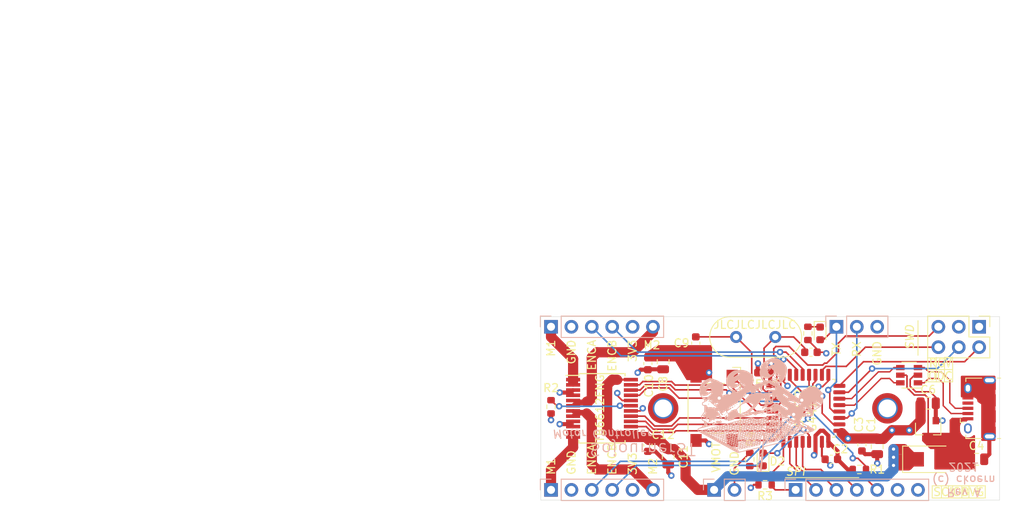
<source format=kicad_pcb>
(kicad_pcb (version 20211014) (generator pcbnew)
  (layers (0 "F.Cu" signal) (1 "In1.Cu" signal) (2 "In2.Cu" signal) (31 "B.Cu" signal) (34 "B.Paste" user) (35 "F.Paste" user) (36 "B.SilkS" user "B.Silkscreen") (37 "F.SilkS" user "F.Silkscreen") (38 "B.Mask" user) (39 "F.Mask" user) (44 "Edge.Cuts" user))
  (net 0 "")
  (net 1 "GND")
  (net 2 "VUSB")
  (net 3 "BOOT0")
  (net 4 "M1_ENCB")
  (net 5 "M1_ENCA")
  (net 6 "M1_PWM")
  (net 7 "SPI_MISO")
  (net 8 "SWO")
  (net 9 "M2_ENCA")
  (net 10 "SWCLK")
  (net 11 "SWDIO")
  (net 12 "USB_D+")
  (net 13 "USB_D-")
  (net 14 "M2_PWM")
  (net 15 "SPI_MOSI")
  (net 16 "SPI_CLK")
  (net 17 "SPI_CS")
  (net 18 "M2_ENCB")
  (net 19 "NRST")
  (net 20 "HSE_OUT")
  (net 21 "HSE_IN")
  (net 22 "+3V3")
  (net 23 "VM")
  (net 24 "USB_CON_D+")
  (net 25 "USB_CON_D-")
  (net 26 "M2_IN1")
  (net 27 "M1_IN2")
  (net 28 "M1_IN1")
  (net 29 "LED_STATUS")
  (net 30 "M2_IN2")
  (net 31 "M1_OUT1")
  (net 32 "M2_OUT2")
  (net 33 "M2_OUT1")
  (net 34 "M1_OUT2")
  (net 35 "Net-(D3-Pad1)")
  (net 36 "Net-(D2-Pad1)")
  (net 37 "UART_TX")
  (net 38 "Net-(J1-Pad4)")
  (net 39 "UART_RX")
  (net 40 "Net-(R2-Pad2)")
  (footprint "Capacitor_SMD:C_0805_2012Metric" (layer "F.Cu") (at 152.08 78.74)
    (fp_text reference "C4")
    (fp_text value "1u")
  )
  (footprint "Capacitor_SMD:C_0805_2012Metric" (layer "F.Cu") (at 146.05 71.755)
    (fp_text reference "C6")
    (fp_text value "1u")
  )
  (footprint "Capacitor_SMD:C_0805_2012Metric" (layer "F.Cu") (at 139.7 77.15 -90)
    (fp_text reference "C1")
    (fp_text value "4.7u")
  )
  (footprint "Capacitor_SMD:C_0603_1608Metric" (layer "F.Cu") (at 133.985 78.74)
    (fp_text reference "C2")
    (fp_text value "100n")
  )
  (footprint "Capacitor_SMD:C_0603_1608Metric" (layer "F.Cu") (at 137.795 76.925 -90)
    (fp_text reference "C3")
    (fp_text value "100n")
  )
  (footprint "Capacitor_SMD:C_0603_1608Metric" (layer "F.Cu") (at 125.59 67.945 180)
    (fp_text reference "C5")
    (fp_text value "100n")
  )
  (footprint "Capacitor_SMD:C_0805_2012Metric" (layer "F.Cu") (at 113.03 66.577 90)
    (fp_text reference "C8")
    (fp_text value "10u")
  )
  (footprint "Capacitor_SMD:C_0603_1608Metric" (layer "F.Cu") (at 111.125 66.802 90)
    (fp_text reference "C10")
    (fp_text value "100n")
  )
  (footprint "Capacitor_SMD:C_0603_1608Metric" (layer "F.Cu") (at 111.125 76.975 -90)
    (fp_text reference "C12")
    (fp_text value "100n")
  )
  (footprint "Capacitor_SMD:C_0603_1608Metric" (layer "F.Cu") (at 117.094 64.262 -90)
    (fp_text reference "C9")
    (fp_text value "10p")
  )
  (footprint "Diode_SMD:D_SMA" (layer "F.Cu") (at 146.272 78.74)
    (fp_text reference "D1" hide)
    (fp_text value "D")
  )
  (footprint "LED_SMD:LED_0603_1608Metric" (layer "F.Cu") (at 125.476 78.7655 90)
    (fp_text reference "D2")
    (fp_text value "LED")
  )
  (footprint "MountingHole:MountingHole_2.2mm_M2_DIN965_Pad_TopOnly" (layer "F.Cu") (at 113.03 72.39)
    (fp_text reference "H1" hide)
    (fp_text value "MountingHole")
  )
  (footprint "MountingHole:MountingHole_2.2mm_M2_DIN965_Pad_TopOnly" (layer "F.Cu") (at 140.97 72.39)
    (fp_text reference "H2" hide)
    (fp_text value "MountingHole")
  )
  (footprint "Resistor_SMD:R_0603_1608Metric" (layer "F.Cu") (at 123.825 78.7655 -90)
    (fp_text reference "R4")
    (fp_text value "330")
  )
  (footprint "Resistor_SMD:R_0603_1608Metric" (layer "F.Cu") (at 137.477 80.01)
    (fp_text reference "R1")
    (fp_text value "10k")
  )
  (footprint "Package_TO_SOT_SMD:SOT-23" (layer "F.Cu") (at 146.05 74.93 -90)
    (fp_text reference "U2" hide)
    (fp_text value "LM1117-3.3")
  )
  (footprint "Package_SO:SSOP-24_5.3x8.2mm_P0.65mm" (layer "F.Cu") (at 105.41 72.39)
    (fp_text reference "U3" hide)
    (fp_text value "TB6612FNG")
  )
  (footprint "Package_TO_SOT_SMD:SOT-23-6" (layer "F.Cu") (at 143.68 68.26 180)
    (fp_text reference "U4" hide)
    (fp_text value "USBLC6-2SC6")
  )
  (footprint "Resistor_SMD:R_0603_1608Metric" (layer "F.Cu") (at 125.73 81.915)
    (fp_text reference "R3")
    (fp_text value "10k")
  )
  (footprint "Package_QFP:LQFP-32_7x7mm_P0.8mm" (layer "F.Cu") (at 130.81 72.39)
    (fp_text reference "U1" hide)
    (fp_text value "STM32G441KBTx")
  )
  (footprint "Connector_USB:USB_Micro-B_Amphenol_10118194_Horizontal" (layer "F.Cu") (at 152.4 72.39 90)
    (fp_text reference "J1" hide)
    (fp_text value "USB_B_Micro")
  )
  (footprint "Button_Switch_SMD:SW_SPST_Omron_B3FS-100xP" (layer "F.Cu") (at 119.38 72.39 -90)
    (fp_text reference "SW1" hide)
    (fp_text value "SW_MEC_5E")
  )
  (footprint "Connector_PinHeader_2.54mm:PinHeader_2x03_P2.54mm_Vertical" (layer "F.Cu") (at 152.4 62.23 -90)
    (fp_text reference "J4" hide)
    (fp_text value "Conn_01x06")
  )
  (footprint "Crystal:Crystal_HC49-4H_Vertical" (layer "F.Cu") (at 127 63.5 180)
    (fp_text reference "Y1" hide)
    (fp_text value "Crystal")
  )
  (footprint "Resistor_SMD:R_0603_1608Metric" (layer "F.Cu") (at 99.06 72.2 90)
    (fp_text reference "R2")
    (fp_text value "10k")
  )
  (footprint "Capacitor_SMD:C_0805_2012Metric" (layer "F.Cu") (at 113.665 78.425 -90)
    (fp_text reference "C11")
    (fp_text value "10u")
  )
  (footprint "Resistor_SMD:R_0603_1608Metric" (layer "F.Cu") (at 131.064 63.055 90)
    (fp_text reference "R5" hide)
    (fp_text value "330")
  )
  (footprint "Capacitor_SMD:C_0603_1608Metric" (layer "F.Cu") (at 131.445 65.405)
    (fp_text reference "C7" hide)
    (fp_text value "10p")
  )
  (footprint "LED_SMD:LED_0603_1608Metric" (layer "F.Cu") (at 132.588 63.055 -90)
    (fp_text reference "D3" hide)
    (fp_text value "LED")
  )
  (footprint "Connector_PinHeader_2.54mm:PinHeader_1x06_P2.54mm_Vertical" (layer "B.Cu") (at 99.06 82.55 -90)
    (fp_text reference "J6" hide)
    (fp_text value "Conn_01x06")
  )
  (footprint "Connector_PinHeader_2.54mm:PinHeader_1x03_P2.54mm_Vertical" (layer "B.Cu") (at 134.62 62.23 -90)
    (fp_text reference "J3" hide)
    (fp_text value "Conn_01x03")
  )
  (footprint "Connector_PinHeader_2.54mm:PinHeader_1x02_P2.54mm_Vertical" (layer "B.Cu") (at 119.38 82.55 -90)
    (fp_text reference "J7" hide)
    (fp_text value "Conn_01x02")
  )
  (footprint "Connector_PinHeader_2.54mm:PinHeader_1x07_P2.54mm_Vertical" (layer "B.Cu") (at 129.54 82.55 -90)
    (fp_text reference "J2" hide)
    (fp_text value "Conn_01x07")
  )
  (footprint "Connector_PinHeader_2.54mm:PinHeader_1x06_P2.54mm_Vertical" (layer "B.Cu") (at 99.06 62.23 -90)
    (fp_text reference "J5" hide)
    (fp_text value "Conn_01x06")
  )
  (footprint "sojourner_logo:sojourner_logo" (layer "B.Cu") (at 124.46 74.93)
    (fp_text reference "G***" hide)
    (fp_text value "LOGO" hide)
  )
  (gr_line (start 146.558 82.042) (end 146.558 83.566) (layer "F.SilkS") (width 0.12))
  (gr_line (start 151.13 82.042) (end 151.13 83.566) (layer "F.SilkS") (width 0.12))
  (gr_line (start 148.082 66.04) (end 148.082 69.088) (layer "F.SilkS") (width 0.12))
  (gr_line (start 144.78 61.468) (end 144.78 65.786) (layer "F.SilkS") (width 0.12))
  (gr_line (start 147.066 66.04) (end 147.066 69.088) (layer "F.SilkS") (width 0.12))
  (gr_line (start 146.05 67.564) (end 149.098 67.564) (layer "F.SilkS") (width 0.12))
  (gr_line (start 145.99 66.1) (end 146.05 69.088) (layer "F.SilkS") (width 0.12))
  (gr_line (start 149.098 82.042) (end 149.098 83.566) (layer "F.SilkS") (width 0.12))
  (gr_line (start 146.05 69.088) (end 149.098 69.088) (layer "F.SilkS") (width 0.12))
  (gr_line (start 150.241 82.042) (end 150.241 83.566) (layer "F.SilkS") (width 0.12))
  (gr_line (start 146.558 83.566) (end 153.162 83.566) (layer "F.SilkS") (width 0.12))
  (gr_line (start 153.162 82.042) (end 146.558 82.042) (layer "F.SilkS") (width 0.12))
  (gr_line (start 153.162 83.566) (end 153.162 82.042) (layer "F.SilkS") (width 0.12))
  (gr_line (start 137.414 81.026) (end 128.27 81.026) (layer "F.SilkS") (width 0.12))
  (gr_line (start 152.146 82.042) (end 152.146 83.566) (layer "F.SilkS") (width 0.12))
  (gr_line (start 149.098 66.04) (end 148.082 66.04) (layer "F.SilkS") (width 0.12))
  (gr_line (start 147.701 82.042) (end 147.701 83.566) (layer "F.SilkS") (width 0.12))
  (gr_line (start 148.59 82.042) (end 148.59 83.566) (layer "F.SilkS") (width 0.12))
  (gr_line (start 149.098 69.088) (end 149.098 66.04) (layer "F.SilkS") (width 0.12))
  (gr_line (start 97.79 60.96) (end 97.79 83.82) (layer "Edge.Cuts") (width 0.05))
  (gr_line (start 154.94 60.96) (end 97.79 60.96) (layer "Edge.Cuts") (width 0.05))
  (gr_line (start 97.79 83.82) (end 154.94 83.82) (layer "Edge.Cuts") (width 0.05))
  (gr_line (start 154.94 83.82) (end 154.94 60.96) (layer "Edge.Cuts") (width 0.05))
  (gr_text "SojournerST" (at 110.49 77.47 180) (layer "B.SilkS") (effects (font (size 1.5 1.5)) (justify mirror)))
  (gr_text "Motor Controller" (at 105.41 75.565 180) (layer "B.SilkS") (effects (font (size 1 1) (thickness 0.15) italic) (justify mirror)))
  (gr_text "Rev A\n(c) ckoern\n2021" (at 150.495 81.28 180) (layer "B.SilkS") (effects (font (size 1 1)) (justify mirror)))
  (gr_text "GND" (at 121.92 79.248 90) (layer "F.SilkS") (effects (font (size 1 1))))
  (gr_text "M2" (at 111.76 80.772 90) (layer "F.SilkS") (effects (font (size 1 1)) (justify left)))
  (gr_text "ENCB" (at 106.68 63.754 90) (layer "F.SilkS") (effects (font (size 1 1)) (justify right)))
  (gr_text "3V3" (at 109.22 63.754 90) (layer "F.SilkS") (effects (font (size 1 1)) (justify right)))
  (gr_text "ENCA" (at 104.14 63.754 90) (layer "F.SilkS") (effects (font (size 1 1)) (justify right)))
  (gr_text "GND" (at 101.6 63.754 90) (layer "F.SilkS") (effects (font (size 1 1)) (justify right)))
  (gr_text "M1" (at 99.06 63.754 90) (layer "F.SilkS") (effects (font (size 1 1)) (justify right)))
  (gr_text "M2" (at 112.776 64.516) (layer "F.SilkS") (effects (font (size 1 1)) (justify right)))
  (gr_text "." (at 145.796 68.707) (layer "F.SilkS") (effects (font (size 1 1))))
  (gr_text "GND" (at 101.6 80.772 90) (layer "F.SilkS") (effects (font (size 1 1)) (justify left)))
  (gr_text "SCIOBVG" (at 149.86 82.804) (layer "F.SilkS") (effects (font (size 1 1))))
  (gr_text "STM32\nG441KB" (at 130.81 72.39 90) (layer "F.SilkS") (effects (font (size 1 1))))
  (gr_text "M1" (at 99.06 80.772 90) (layer "F.SilkS") (effects (font (size 1 1)) (justify left)))
  (gr_text "TB6612FNG" (at 105.156 72.39 90) (layer "F.SilkS") (effects (font (size 1 1))))
  (gr_text "JLCJLCJLCJLC" (at 124.46 61.976) (layer "F.SilkS") (effects (font (size 1 1))))
  (gr_text "GND" (at 139.7 65.532 90) (layer "F.SilkS") (effects (font (size 1 1))))
  (gr_text "SWD" (at 143.764 63.5 90) (layer "F.SilkS") (effects (font (size 1 1) (thickness 0.15) italic)))
  (gr_text "3V3" (at 109.22 80.772 90) (layer "F.SilkS") (effects (font (size 1 1)) (justify left)))
  (gr_text "VMOT\n" (at 119.634 78.486 90) (layer "F.SilkS") (effects (font (size 1 1))))
  (gr_text "TX" (at 134.62 65.024 90) (layer "F.SilkS") (effects (font (size 1 1))))
  (gr_text "SPI" (at 129.54 80.264) (layer "F.SilkS") (effects (font (size 1 1) (thickness 0.15) italic)))
  (gr_text "RX" (at 137.16 65.024 90) (layer "F.SilkS") (effects (font (size 1 1))))
  (gr_text "ENCA" (at 104.14 80.772 90) (layer "F.SilkS") (effects (font (size 1 1)) (justify left)))
  (gr_text "ENCB" (at 106.68 80.772 90) (layer "F.SilkS") (effects (font (size 1 1)) (justify left)))
  (gr_text "RGV\nODC" (at 147.574 67.564) (layer "F.SilkS") (effects (font (size 1 1))))
  (segment (start 113.665 79.375) (end 113.665 80.391) (width 0.508) (layer "F.Cu") (net 1))
  (segment (start 101.5035 74.3585) (end 101.780991 74.635991) (width 0.508) (layer "F.Cu") (net 1))
  (segment (start 121.92 79.8455) (end 121.92 82.55) (width 0.2) (layer "F.Cu") (net 1))
  (segment (start 132.22 65.405) (end 132.22 65.036) (width 0.2) (layer "F.Cu") (net 1))
  (segment (start 132.622156 75.184) (end 132.997844 75.184) (width 0.508) (layer "F.Cu") (net 1))
  (segment (start 132.01 76.565) (end 132.01 78.048) (width 0.508) (layer "F.Cu") (net 1))
  (segment (start 101.5035 70.4215) (end 101.780991 70.144009) (width 0.508) (layer "F.Cu") (net 1))
  (segment (start 100.1395 70.4215) (end 101.5035 70.4215) (width 0.508) (layer "F.Cu") (net 1))
  (segment (start 132.22 65.036) (end 131.064 63.88) (width 0.2) (layer "F.Cu") (net 1))
  (segment (start 117.13 68.39) (end 118.3 68.39) (width 0.508) (layer "F.Cu") (net 1))
  (segment (start 112.04 77.75) (end 111.125 77.75) (width 0.508) (layer "F.Cu") (net 1))
  (segment (start 128.01 69.048244) (end 128.524 69.562244) (width 0.2) (layer "F.Cu") (net 1))
  (segment (start 124.815 66.826442) (end 124.839442 66.802) (width 0.508) (layer "F.Cu") (net 1))
  (segment (start 132.01 75.796156) (end 132.622156 75.184) (width 0.508) (layer "F.Cu") (net 1))
  (segment (start 134.76 77.715) (end 133.61 76.565) (width 0.508) (layer "F.Cu") (net 1))
  (segment (start 109.01 72.715) (end 110.165 72.715) (width 0.2) (layer "F.Cu") (net 1))
  (segment (start 139.7 78.1) (end 138.195 78.1) (width 0.508) (layer "F.Cu") (net 1))
  (segment (start 100.1395 74.3585) (end 101.5035 74.3585) (width 0.508) (layer "F.Cu") (net 1))
  (segment (start 143.810011 69.642011) (end 144.497979 70.329979) (width 0.2) (layer "F.Cu") (net 1))
  (segment (start 128.524 69.562244) (end 128.524 69.596) (width 0.2) (layer "F.Cu") (net 1))
  (segment (start 144.497979 70.329979) (end 146.299979 70.329979) (width 0.2) (layer "F.Cu") (net 1))
  (segment (start 133.61 75.796156) (end 132.997844 75.184) (width 0.508) (layer "F.Cu") (net 1))
  (segment (start 153.7 75.29) (end 153.7 73.39) (width 0.508) (layer "F.Cu") (net 1))
  (segment (start 100.1395 70.4215) (end 101.4665 70.4215) (width 0.508) (layer "F.Cu") (net 1))
  (segment (start 143.810011 68.787989) (end 143.810011 69.642011) (width 0.2) (layer "F.Cu") (net 1))
  (segment (start 147 73.93) (end 147 71.755) (width 0.508) (layer "F.Cu") (net 1))
  (segment (start 139.7 78.1) (end 139.7 79.248) (width 0.508) (layer "F.Cu") (net 1))
  (segment (start 112.63 66.027) (end 113.03 65.627) (width 0.508) (layer "F.Cu") (net 1))
  (segment (start 147 71.03) (end 147 71.755) (width 0.2) (layer "F.Cu") (net 1))
  (segment (start 151 71.09) (end 151 69.89) (width 0.254) (layer "F.Cu") (net 1))
  (segment (start 147.812 73.93) (end 147.828 73.914) (width 0.508) (layer "F.Cu") (net 1))
  (segment (start 136.03 80.01) (end 134.76 78.74) (width 0.508) (layer "F.Cu") (net 1))
  (segment (start 123.825 77.9405) (end 121.92 79.8455) (width 0.2) (layer "F.Cu") (net 1))
  (segment (start 113.665 79.375) (end 112.04 77.75) (width 0.508) (layer "F.Cu") (net 1))
  (segment (start 153.7 71.39) (end 153.7 73.39) (width 0.508) (layer "F.Cu") (net 1))
  (segment (start 147 73.93) (end 147.812 73.93) (width 0.508) (layer "F.Cu") (net 1))
  (segment (start 124.815 67.945) (end 124.815 66.826442) (width 0.508) (layer "F.Cu") (net 1))
  (segment (start 118.3 68.39) (end 118.745 67.945) (width 0.508) (layer "F.Cu") (net 1))
  (segment (start 117.13 76.39) (end 118.3 76.39) (width 0.508) (layer "F.Cu") (net 1))
  (segment (start 132.22 65.405) (end 133.223 65.405) (width 0.2) (layer "F.Cu") (net 1))
  (segment (start 132.01 76.565) (end 132.01 75.796156) (width 0.508) (layer "F.Cu") (net 1))
  (segment (start 146.299979 70.329979) (end 147 71.03) (width 0.2) (layer "F.Cu") (net 1))
  (segment (start 118.3 76.39) (end 118.745 76.835) (width 0.508) (layer "F.Cu") (net 1))
  (segment (start 111.125 66.027) (end 112.63 66.027) (width 0.508) (layer "F.Cu") (net 1))
  (segment (start 153.7 71.39) (end 153.7 69.49) (width 0.508) (layer "F.Cu") (net 1))
  (segment (start 134.76 78.74) (end 134.76 77.715) (width 0.508) (layer "F.Cu") (net 1))
  (segment (start 153.03 78.74) (end 153.67 78.1) (width 0.508) (layer "F.Cu") (net 1))
  (segment (start 153.67 75.92) (end 153.7 75.89) (width 0.508) (layer "F.Cu") (net 1))
  (segment (start 133.223 65.405) (end 133.35 65.532) (width 0.2) (layer "F.Cu") (net 1))
  (segment (start 144.338 68.26) (end 143.810011 68.787989) (width 0.2) (layer "F.Cu") (net 1))
  (segment (start 138.195 78.1) (end 137.795 77.7) (width 0.508) (layer "F.Cu") (net 1))
  (segment (start 110.165 72.715) (end 110.49 72.39) (width 0.2) (layer "F.Cu") (net 1))
  (segment (start 144.78 68.26) (end 144.338 68.26) (width 0.2) (layer "F.Cu") (net 1))
  (segment (start 128.01 68.215) (end 128.01 69.048244) (width 0.2) (layer "F.Cu") (net 1))
  (segment (start 113.665 80.391) (end 114.046 80.772) (width 0.508) (layer "F.Cu") (net 1))
  (segment (start 136.652 80.01) (end 136.03 80.01) (width 0.508) (layer "F.Cu") (net 1))
  (segment (start 101.5035 74.3215) (end 101.780992 74.044008) (width 0.508) (layer "F.Cu") (net 1))
  (segment (start 101.4665 70.4215) (end 101.780999 70.735999) (width 0.508) (layer "F.Cu") (net 1))
  (segment (start 132.01 78.048) (end 131.826 78.232) (width 0.508) (layer "F.Cu") (net 1))
  (segment (start 153.67 78.1) (end 153.67 75.92) (width 0.508) (layer "F.Cu") (net 1))
  (segment (start 101.5035 74.3585) (end 101.5035 74.3215) (width 0.508) (layer "F.Cu") (net 1))
  (segment (start 133.61 76.565) (end 133.61 75.796156) (width 0.508) (layer "F.Cu") (net 1))
  (via (at 147.828 73.914) (size 0.8) (drill 0.4) (layers "F.Cu" "B.Cu") (net 1))
  (via (at 128.524 69.596) (size 0.8) (drill 0.4) (layers "F.Cu" "B.Cu") (net 1))
  (via (at 139.7 79.248) (size 0.8) (drill 0.4) (layers "F.Cu" "B.Cu") (net 1))
  (via (at 100.1395 70.4215) (size 0.8) (drill 0.4) (layers "F.Cu" "B.Cu") (net 1))
  (via (at 131.826 78.232) (size 0.8) (drill 0.4) (layers "F.Cu" "B.Cu") (net 1))
  (via (at 133.35 65.532) (size 0.8) (drill 0.4) (layers "F.Cu" "B.Cu") (net 1))
  (via (at 118.745 76.835) (size 0.8) (drill 0.4) (layers "F.Cu" "B.Cu") (net 1))
  (via (at 114.046 80.772) (size 0.8) (drill 0.4) (layers "F.Cu" "B.Cu") (net 1))
  (via (at 100.1395 74.3585) (size 0.8) (drill 0.4) (layers "F.Cu" "B.Cu") (net 1))
  (via (at 118.745 67.945) (size 0.8) (drill 0.4) (layers "F.Cu" "B.Cu") (net 1))
  (via (at 124.839442 66.802) (size 0.8) (drill 0.4) (layers "F.Cu" "B.Cu") (net 1))
  (via (at 110.49 72.39) (size 0.8) (drill 0.4) (layers "F.Cu" "B.Cu") (net 1))
  (segment (start 142.58 68.26) (end 143.31 68.26) (width 0.2) (layer "F.Cu") (net 2))
  (segment (start 151 73.69) (end 149.068 73.69) (width 0.254) (layer "F.Cu") (net 2))
  (segment (start 143.41 69.8077) (end 144.33229 70.72999) (width 0.2) (layer "F.Cu") (net 2))
  (segment (start 148.844 73.914) (end 150.776 73.914) (width 0.254) (layer "F.Cu") (net 2))
  (segment (start 143.41 68.36) (end 143.41 69.8077) (width 0.2) (layer "F.Cu") (net 2))
  (segment (start 148.844 75.438) (end 148.844 73.914) (width 0.254) (layer "F.Cu") (net 2))
  (segment (start 144.33229 70.72999) (end 145.65999 70.72999) (width 0.2) (layer "F.Cu") (net 2))
  (segment (start 145.65999 70.72999) (end 146.05 71.12) (width 0.2) (layer "F.Cu") (net 2))
  (segment (start 148.844 73.914) (end 149.068 73.69) (width 0.254) (layer "F.Cu") (net 2))
  (segment (start 150.776 73.914) (end 151 73.69) (width 0.254) (layer "F.Cu") (net 2))
  (segment (start 146.05 71.12) (end 146.05 75.93) (width 0.2) (layer "F.Cu") (net 2))
  (segment (start 143.31 68.26) (end 143.41 68.36) (width 0.2) (layer "F.Cu") (net 2))
  (segment (start 128.81 68.215) (end 128.81 68.845996) (width 0.2) (layer "F.Cu") (net 3))
  (segment (start 137.287 78.613) (end 138.302 79.628) (width 0.2) (layer "F.Cu") (net 3))
  (segment (start 136.652 78.613) (end 137.287 78.613) (width 0.2) (layer "F.Cu") (net 3))
  (segment (start 128.81 68.845996) (end 130.302 70.337996) (width 0.2) (layer "F.Cu") (net 3))
  (segment (start 130.302 70.337996) (end 130.302 71.374) (width 0.2) (layer "F.Cu") (net 3))
  (segment (start 138.302 81.152) (end 139.7 82.55) (width 0.2) (layer "F.Cu") (net 3))
  (segment (start 138.302 79.628) (end 138.302 80.01) (width 0.2) (layer "F.Cu") (net 3))
  (segment (start 138.302 80.01) (end 138.302 81.152) (width 0.2) (layer "F.Cu") (net 3))
  (via (at 130.302 71.374) (size 0.8) (drill 0.4) (layers "F.Cu" "B.Cu") (net 3))
  (via (at 136.652 78.613) (size 0.8) (drill 0.4) (layers "F.Cu" "B.Cu") (net 3))
  (segment (start 136.652 78.613) (end 136.652 77.978008) (width 0.2) (layer "B.Cu") (net 3))
  (segment (start 136.652 77.978008) (end 130.302 71.628008) (width 0.2) (layer "B.Cu") (net 3))
  (segment (start 130.302 71.628008) (end 130.302 71.374) (width 0.2) (layer "B.Cu") (net 3))
  (segment (start 128.331322 65.386322) (end 127.596304 65.386322) (width 0.2) (layer "F.Cu") (net 4))
  (segment (start 130.41 68.215) (end 130.41 67.465) (width 0.2) (layer "F.Cu") (net 4))
  (segment (start 130.41 67.465) (end 128.331322 65.386322) (width 0.2) (layer "F.Cu") (net 4))
  (via (at 127.596304 65.386322) (size 0.8) (drill 0.4) (layers "F.Cu" "B.Cu") (net 4))
  (segment (start 109.836322 65.386322) (end 127.596304 65.386322) (width 0.2) (layer "B.Cu") (net 4))
  (segment (start 106.68 62.23) (end 109.836322 65.386322) (width 0.2) (layer "B.Cu") (net 4))
  (segment (start 129.61 67.465) (end 128.438996 66.293996) (width 0.2) (layer "F.Cu") (net 5))
  (segment (start 129.61 68.215) (end 129.61 67.465) (width 0.2) (layer "F.Cu") (net 5))
  (segment (start 128.438996 66.293996) (end 128.016 66.293996) (width 0.2) (layer "F.Cu") (net 5))
  (via (at 128.016 66.293996) (size 0.8) (drill 0.4) (layers "F.Cu" "B.Cu") (net 5))
  (segment (start 127.004318 65.847999) (end 127.450315 66.293996) (width 0.2) (layer "B.Cu") (net 5))
  (segment (start 107.757999 65.847999) (end 127.004318 65.847999) (width 0.2) (layer "B.Cu") (net 5))
  (segment (start 104.14 62.23) (end 107.757999 65.847999) (width 0.2) (layer "B.Cu") (net 5))
  (segment (start 127.450315 66.293996) (end 128.016 66.293996) (width 0.2) (layer "B.Cu") (net 5))
  (segment (start 121.326005 69.490001) (end 114.517403 69.490001) (width 0.2) (layer "F.Cu") (net 6))
  (segment (start 124.626004 72.79) (end 121.326005 69.490001) (width 0.2) (layer "F.Cu") (net 6))
  (segment (start 126.635 72.79) (end 124.626004 72.79) (width 0.2) (layer "F.Cu") (net 6))
  (segment (start 114.517403 69.490001) (end 114.07738 69.049978) (width 0.2) (layer "F.Cu") (net 6))
  (segment (start 110.085 69.465) (end 109.01 69.465) (width 0.2) (layer "F.Cu") (net 6))
  (segment (start 110.500022 69.049978) (end 110.085 69.465) (width 0.2) (layer "F.Cu") (net 6))
  (segment (start 114.07738 69.049978) (end 110.500022 69.049978) (width 0.2) (layer "F.Cu") (net 6))
  (segment (start 132.715 80.645) (end 130.81 80.645) (width 0.2) (layer "F.Cu") (net 7))
  (segment (start 134.62 82.55) (end 132.715 80.645) (width 0.2) (layer "F.Cu") (net 7))
  (segment (start 129.61 79.445) (end 129.61 76.565) (width 0.2) (layer "F.Cu") (net 7))
  (segment (start 130.81 80.645) (end 129.61 79.445) (width 0.2) (layer "F.Cu") (net 7))
  (segment (start 132.81 67.663944) (end 133.308954 67.16499) (width 0.2) (layer "F.Cu") (net 8))
  (segment (start 133.308954 67.16499) (end 135.83871 67.16499) (width 0.2) (layer "F.Cu") (net 8))
  (segment (start 135.83871 67.16499) (end 138.2337 64.77) (width 0.2) (layer "F.Cu") (net 8))
  (segment (start 132.81 68.215) (end 132.81 67.663944) (width 0.2) (layer "F.Cu") (net 8))
  (segment (start 138.2337 64.77) (end 146.117919 64.77) (width 0.2) (layer "F.Cu") (net 8))
  (segment (start 146.117919 64.77) (end 147.32 64.77) (width 0.2) (layer "F.Cu") (net 8))
  (segment (start 131.21 68.215) (end 131.21 72.264004) (width 0.2) (layer "F.Cu") (net 9))
  (segment (start 130.322006 73.151998) (end 129.285998 73.151998) (width 0.2) (layer "F.Cu") (net 9))
  (segment (start 131.21 72.264004) (end 130.322006 73.151998) (width 0.2) (layer "F.Cu") (net 9))
  (via (at 129.285998 73.151998) (size 0.8) (drill 0.4) (layers "F.Cu" "B.Cu") (net 9))
  (segment (start 104.14 82.55) (end 107.696 78.994) (width 0.2) (layer "B.Cu") (net 9))
  (segment (start 123.443996 78.994) (end 129.285998 73.151998) (width 0.2) (layer "B.Cu") (net 9))
  (segment (start 107.696 78.994) (end 123.443996 78.994) (width 0.2) (layer "B.Cu") (net 9))
  (segment (start 150.589979 66.580021) (end 152.4 64.77) (width 0.2) (layer "F.Cu") (net 10))
  (segment (start 134.985 69.59) (end 137.994979 66.580021) (width 0.2) (layer "F.Cu") (net 10))
  (segment (start 137.994979 66.580021) (end 150.589979 66.580021) (width 0.2) (layer "F.Cu") (net 10))
  (segment (start 134.985 70.39) (end 136.112 70.39) (width 0.2) (layer "F.Cu") (net 11))
  (segment (start 136.112 70.39) (end 139.065 67.437) (width 0.2) (layer "F.Cu") (net 11))
  (via (at 139.065 67.437) (size 0.8) (drill 0.4) (layers "F.Cu" "B.Cu") (net 11))
  (segment (start 139.065 67.437) (end 147.193 67.437) (width 0.2) (layer "B.Cu") (net 11))
  (segment (start 147.193 67.437) (end 149.86 64.77) (width 0.2) (layer "B.Cu") (net 11))
  (segment (start 139.849295 67.847885) (end 141.247114 67.847885) (width 0.175006) (layer "F.Cu") (net 12))
  (segment (start 141.784999 67.31) (end 142.58 67.31) (width 0.175006) (layer "F.Cu") (net 12))
  (segment (start 134.985 71.19) (end 134.997115 71.177885) (width 0.175006) (layer "F.Cu") (net 12))
  (segment (start 141.247114 67.847885) (end 141.784999 67.31) (width 0.175006) (layer "F.Cu") (net 12))
  (segment (start 134.997115 71.177885) (end 136.519295 71.177885) (width 0.175006) (layer "F.Cu") (net 12))
  (segment (start 136.519295 71.177885) (end 139.849295 67.847885) (width 0.175006) (layer "F.Cu") (net 12))
  (segment (start 134.985 71.99) (end 134.997115 72.002115) (width 0.175006) (layer "F.Cu") (net 13))
  (segment (start 134.997115 72.002115) (end 136.860705 72.002115) (width 0.175006) (layer "F.Cu") (net 13))
  (segment (start 140.190705 68.672115) (end 141.247114 68.672115) (width 0.175006) (layer "F.Cu") (net 13))
  (segment (start 141.247114 68.672115) (end 141.784999 69.21) (width 0.175006) (layer "F.Cu") (net 13))
  (segment (start 141.784999 69.21) (end 142.58 69.21) (width 0.175006) (layer "F.Cu") (net 13))
  (segment (start 136.860705 72.002115) (end 140.190705 68.672115) (width 0.175006) (layer "F.Cu") (net 13))
  (segment (start 114.617402 75.19) (end 114.417379 75.390023) (width 0.2) (layer "F.Cu") (net 14))
  (segment (start 110.912305 74.665) (end 109.01 74.665) (width 0.2) (layer "F.Cu") (net 14))
  (segment (start 114.417379 75.390023) (end 111.637328 75.390023) (width 0.2) (layer "F.Cu") (net 14))
  (segment (start 111.637328 75.390023) (end 110.912305 74.665) (width 0.2) (layer "F.Cu") (net 14))
  (segment (start 126.635 75.19) (end 114.617402 75.19) (width 0.2) (layer "F.Cu") (net 14))
  (segment (start 130.41 79.61) (end 130.41 76.565) (width 0.2) (layer "F.Cu") (net 15))
  (segment (start 132.678 80.01) (end 130.81 80.01) (width 0.2) (layer "F.Cu") (net 15))
  (segment (start 130.81 80.01) (end 130.41 79.61) (width 0.2) (layer "F.Cu") (net 15))
  (segment (start 136.009999 81.399999) (end 134.067999 81.399999) (width 0.2) (layer "F.Cu") (net 15))
  (segment (start 137.16 82.55) (end 136.009999 81.399999) (width 0.2) (layer "F.Cu") (net 15))
  (segment (start 134.067999 81.399999) (end 132.678 80.01) (width 0.2) (layer "F.Cu") (net 15))
  (segment (start 132.08 82.55) (end 128.81 79.28) (width 0.2) (layer "F.Cu") (net 16))
  (segment (start 128.81 79.28) (end 128.81 76.565) (width 0.2) (layer "F.Cu") (net 16))
  (segment (start 126.555 80.455) (end 126.555 81.915) (width 0.2) (layer "F.Cu") (net 17))
  (segment (start 127 82.55) (end 129.54 82.55) (width 0.2) (layer "F.Cu") (net 17))
  (segment (start 128.01 79) (end 126.555 80.455) (width 0.2) (layer "F.Cu") (net 17))
  (segment (start 128.01 76.565) (end 128.01 79) (width 0.2) (layer "F.Cu") (net 17))
  (segment (start 126.555 82.105) (end 127 82.55) (width 0.2) (layer "F.Cu") (net 17))
  (segment (start 126.555 81.915) (end 126.555 82.105) (width 0.2) (layer "F.Cu") (net 17))
  (segment (start 132.01 69.02249) (end 131.680312 69.352178) (width 0.2) (layer "F.Cu") (net 18))
  (segment (start 131.680312 73.043678) (end 131.06399 73.66) (width 0.2) (layer "F.Cu") (net 18))
  (segment (start 131.680312 69.352178) (end 131.680312 73.043678) (width 0.2) (layer "F.Cu") (net 18))
  (segment (start 132.01 68.215) (end 132.01 69.02249) (width 0.2) (layer "F.Cu") (net 18))
  (via (at 131.06399 73.66) (size 0.8) (drill 0.4) (layers "F.Cu" "B.Cu") (net 18))
  (segment (start 106.68 82.55) (end 109.728 79.502) (width 0.2) (layer "B.Cu") (net 18))
  (segment (start 109.728 79.502) (end 124.656305 79.502) (width 0.2) (layer "B.Cu") (net 18))
  (segment (start 130.663991 74.059999) (end 131.06399 73.66) (width 0.2) (layer "B.Cu") (net 18))
  (segment (start 124.656305 79.502) (end 130.098306 74.059999) (width 0.2) (layer "B.Cu") (net 18))
  (segment (start 130.098306 74.059999) (end 130.663991 74.059999) (width 0.2) (layer "B.Cu") (net 18))
  (segment (start 126.635 71.99) (end 125.23 71.99) (width 0.2) (layer "F.Cu") (net 19))
  (segment (start 127.68501 71.68999) (end 127.68501 69.288954) (width 0.2) (layer "F.Cu") (net 19))
  (segment (start 131.041524 66.994002) (end 132.914242 66.994002) (width 0.2) (layer "F.Cu") (net 19))
  (segment (start 127.19201 66.232009) (end 126.807999 65.847998) (width 0.2) (layer "F.Cu") (net 19))
  (segment (start 121.63 76.39) (end 126.786056 76.39) (width 0.2) (layer "F.Cu") (net 19))
  (segment (start 127.696998 72.301998) (end 127.385 71.99) (width 0.2) (layer "F.Cu") (net 19))
  (segment (start 127.385 71.99) (end 127.68501 71.68999) (width 0.2) (layer "F.Cu") (net 19))
  (segment (start 127.08368 64.68632) (end 128.733842 64.68632) (width 0.2) (layer "F.Cu") (net 19))
  (segment (start 127.68501 69.288954) (end 127.19201 68.795954) (width 0.2) (layer "F.Cu") (net 19))
  (segment (start 127.19201 68.795954) (end 127.19201 66.232009) (width 0.2) (layer "F.Cu") (net 19))
  (segment (start 132.914242 66.994002) (end 133.143265 66.764979) (width 0.2) (layer "F.Cu") (net 19))
  (segment (start 126.807999 64.962001) (end 127.08368 64.68632) (width 0.2) (layer "F.Cu") (net 19))
  (segment (start 125.23 71.99) (end 121.63 68.39) (width 0.2) (layer "F.Cu") (net 19))
  (segment (start 128.733842 64.68632) (end 131.041524 66.994002) (width 0.2) (layer "F.Cu") (net 19))
  (segment (start 127.385 71.99) (end 126.635 71.99) (width 0.2) (layer "F.Cu") (net 19))
  (segment (start 134.87501 64.26099) (end 135.755999 63.380001) (width 0.2) (layer "F.Cu") (net 19))
  (segment (start 135.755999 63.380001) (end 146.169999 63.380001) (width 0.2) (layer "F.Cu") (net 19))
  (segment (start 126.807999 65.847998) (end 126.807999 64.962001) (width 0.2) (layer "F.Cu") (net 19))
  (segment (start 127.68501 75.491046) (end 127.68501 74.751581) (width 0.2) (layer "F.Cu") (net 19))
  (segment (start 146.169999 63.380001) (end 147.32 62.23) (width 0.2) (layer "F.Cu") (net 19))
  (segment (start 126.786056 76.39) (end 127.68501 75.491046) (width 0.2) (layer "F.Cu") (net 19))
  (segment (start 134.87501 65.296994) (end 134.87501 64.26099) (width 0.2) (layer "F.Cu") (net 19))
  (segment (start 133.143265 66.764979) (end 133.407025 66.764979) (width 0.2) (layer "F.Cu") (net 19))
  (segment (start 127.68501 74.751581) (end 127.696998 74.739593) (width 0.2) (layer "F.Cu") (net 19))
  (segment (start 127.696998 74.739593) (end 127.696998 72.301998) (width 0.2) (layer "F.Cu") (net 19))
  (segment (start 133.407025 66.764979) (end 134.87501 65.296994) (width 0.2) (layer "F.Cu") (net 19))
  (segment (start 124.06499 69.36999) (end 124.06499 65.44499) (width 0.2) (layer "F.Cu") (net 20))
  (segment (start 124.06499 65.44499) (end 122.12 63.5) (width 0.2) (layer "F.Cu") (net 20))
  (segment (start 126.635 71.19) (end 125.885 71.19) (width 0.2) (layer "F.Cu") (net 20))
  (segment (start 122.107 63.487) (end 122.12 63.5) (width 0.2) (layer "F.Cu") (net 20))
  (segment (start 117.094 63.487) (end 122.107 63.487) (width 0.2) (layer "F.Cu") (net 20))
  (segment (start 125.885 71.19) (end 124.06499 69.36999) (width 0.2) (layer "F.Cu") (net 20))
  (segment (start 125.603 64.897) (end 127 63.5) (width 0.2) (layer "F.Cu") (net 21))
  (segment (start 125.476 69.397944) (end 125.603 69.270944) (width 0.2) (layer "F.Cu") (net 21))
  (segment (start 125.885 70.39) (end 125.476 69.981) (width 0.2) (layer "F.Cu") (net 21))
  (segment (start 130.67 64.884) (end 130.67 65.405) (width 0.2) (layer "F.Cu") (net 21))
  (segment (start 125.603 69.270944) (end 125.603 64.897) (width 0.2) (layer "F.Cu") (net 21))
  (segment (start 126.635 70.39) (end 125.885 70.39) (width 0.2) (layer "F.Cu") (net 21))
  (segment (start 127 63.5) (end 129.286 63.5) (width 0.2) (layer "F.Cu") (net 21))
  (segment (start 125.476 69.981) (end 125.476 69.397944) (width 0.2) (layer "F.Cu") (net 21))
  (segment (start 129.286 63.5) (end 130.67 64.884) (width 0.2) (layer "F.Cu") (net 21))
  (segment (start 141.536999 75.125001) (end 141.536999 75.125001) (width 1.27) (layer "F.Cu") (net 22))
  (segment (start 143.695999 75.125001) (end 143.904999 75.125001) (width 1.27) (layer "F.Cu") (net 22))
  (segment (start 136.067 76.15) (end 135.945 76.15) (width 1.27) (layer "F.Cu") (net 22))
  (segment (start 133.21 78.74) (end 133.21 78.854) (width 0.254) (layer "F.Cu") (net 22))
  (segment (start 133.21 78.854) (end 133.858 79.502) (width 0.254) (layer "F.Cu") (net 22))
  (segment (start 143.904999 75.125001) (end 145.1 73.93) (width 1.27) (layer "F.Cu") (net 22))
  (segment (start 139.7 76.2) (end 140.462 76.2) (width 1.27) (layer "F.Cu") (net 22))
  (segment (start 99.06 73.025) (end 99.06 73.8505) (width 0.508) (layer "F.Cu") (net 22))
  (segment (start 126.365 67.945) (end 126.365 69.32) (width 0.508) (layer "F.Cu") (net 22))
  (segment (start 139.65 76.15) (end 139.7 76.2) (width 1.27) (layer "F.Cu") (net 22))
  (segment (start 137.795 76.15) (end 136.067 76.15) (width 1.27) (layer "F.Cu") (net 22))
  (segment (start 111.125 67.577) (end 110.223 67.577) (width 0.508) (layer "F.Cu") (net 22))
  (segment (start 135.945 76.15) (end 135.27001 75.47501) (width 1.27) (layer "F.Cu") (net 22))
  (segment (start 132.81 76.565) (end 132.81 78.34) (width 0.254) (layer "F.Cu") (net 22))
  (segment (start 145.1 71.755) (end 145.1 73.93) (width 1.27) (layer "F.Cu") (net 22))
  (segment (start 111.175 67.527) (end 111.125 67.577) (width 0.508) (layer "F.Cu") (net 22))
  (segment (start 124.333 81.915) (end 123.952 82.296) (width 0.254) (layer "F.Cu") (net 22))
  (segment (start 113.03 67.527) (end 111.175 67.527) (width 0.508) (layer "F.Cu") (net 22))
  (segment (start 132.81 78.34) (end 133.21 78.74) (width 0.254) (layer "F.Cu") (net 22))
  (segment (start 141.536999 75.125001) (end 143.695999 75.125001) (width 1.27) (layer "F.Cu") (net 22))
  (segment (start 126.365 67.945) (end 126.365 66.928992) (width 0.508) (layer "F.Cu") (net 22))
  (segment (start 109.01 71.415) (end 107.935 71.415) (width 0.2) (layer "F.Cu") (net 22))
  (segment (start 140.462 76.2) (end 141.536999 75.125001) (width 1.27) (layer "F.Cu") (net 22))
  (segment (start 124.905 81.915) (end 124.333 81.915) (width 0.254) (layer "F.Cu") (net 22))
  (segment (start 110.223 67.577) (end 109.855 67.945) (width 0.508) (layer "F.Cu") (net 22))
  (segment (start 107.315 70.795) (end 107.315 70.485) (width 0.2) (layer "F.Cu") (net 22))
  (segment (start 107.935 71.415) (end 107.315 70.795) (width 0.2) (layer "F.Cu") (net 22))
  (segment (start 137.795 76.15) (end 139.65 76.15) (width 1.27) (layer "F.Cu") (net 22))
  (segment (start 126.365 69.32) (end 126.635 69.59) (width 0.508) (layer "F.Cu") (net 22))
  (segment (start 126.365 66.928992) (end 126.491992 66.802) (width 0.508) (layer "F.Cu") (net 22))
  (via (at 141.536999 75.125001) (size 0.8) (drill 0.4) (layers "F.Cu" "B.Cu") (net 22))
  (via (at 123.952 82.296) (size 0.8) (drill 0.4) (layers "F.Cu" "B.Cu") (net 22))
  (via (at 143.695999 75.125001) (size 0.8) (drill 0.4) (layers "F.Cu" "B.Cu") (net 22))
  (via (at 107.315 70.485) (size 0.8) (drill 0.4) (layers "F.Cu" "B.Cu") (net 22))
  (via (at 99.06 73.8505) (size 0.8) (drill 0.4) (layers "F.Cu" "B.Cu") (net 22))
  (via (at 126.491992 66.802) (size 0.8) (drill 0.4) (layers "F.Cu" "B.Cu") (net 22))
  (via (at 136.067 76.15) (size 0.8) (drill 0.4) (layers "F.Cu" "B.Cu") (net 22))
  (via (at 109.855 67.945) (size 0.8) (drill 0.4) (layers "F.Cu" "B.Cu") (net 22))
  (via (at 133.858 79.502) (size 0.8) (drill 0.4) (layers "F.Cu" "B.Cu") (net 22))
  (segment (start 106.509 75.609) (end 106.045 75.145) (width 1.27) (layer "F.Cu") (net 23))
  (segment (start 111.130293 76.2) (end 111.255327 76.325034) (width 1.27) (layer "F.Cu") (net 23))
  (segment (start 110.89 75.965) (end 111.125 76.2) (width 1.27) (layer "F.Cu") (net 23))
  (segment (start 111.255327 76.325034) (end 112.515034 76.325034) (width 1.27) (layer "F.Cu") (net 23))
  (segment (start 114.39 77.475) (end 115.824 78.909) (width 1.27) (layer "F.Cu") (net 23))
  (segment (start 141.986 78.74) (end 141.732 78.486) (width 1.27) (layer "F.Cu") (net 23))
  (segment (start 106.045 69.469) (end 106.68 68.834) (width 1.27) (layer "F.Cu") (net 23))
  (segment (start 107.742798 68.815) (end 107.723798 68.834) (width 0.254) (layer "F.Cu") (net 23))
  (segment (start 115.824 78.909) (end 115.824 81.026) (width 1.27) (layer "F.Cu") (net 23))
  (segment (start 115.824 81.026) (end 117.348 82.55) (width 1.27) (layer "F.Cu") (net 23))
  (segment (start 143.51 79.502) (end 144.272 78.74) (width 1.27) (layer "F.Cu") (net 23))
  (segment (start 111.125 76.2) (end 111.130293 76.2) (width 1.27) (layer "F.Cu") (net 23))
  (segment (start 144.272 78.74) (end 141.986 78.74) (width 1.27) (layer "F.Cu") (net 23))
  (segment (start 109.01 68.815) (end 107.742798 68.815) (width 0.254) (layer "F.Cu") (net 23))
  (segment (start 117.348 82.55) (end 119.38 82.55) (width 1.27) (layer "F.Cu") (net 23))
  (segment (start 112.515034 76.325034) (end 113.665 77.475) (width 1.27) (layer "F.Cu") (net 23))
  (segment (start 141.732 77.47) (end 143.002 77.47) (width 1.27) (layer "F.Cu") (net 23))
  (segment (start 106.803 75.315) (end 106.509 75.609) (width 0.254) (layer "F.Cu") (net 23))
  (segment (start 106.68 68.834) (end 107.299999 68.834) (width 1.27) (layer "F.Cu") (net 23))
  (segment (start 106.045 75.145) (end 106.045 69.85) (width 1.27) (layer "F.Cu") (net 23))
  (segment (start 106.045 69.85) (end 106.045 69.469) (width 1.27) (layer "F.Cu") (net 23))
  (segment (start 109.01 75.965) (end 110.89 75.965) (width 1.27) (layer "F.Cu") (net 23))
  (segment (start 143.002 77.47) (end 144.272 78.74) (width 1.27) (layer "F.Cu") (net 23))
  (segment (start 109.01 75.965) (end 106.865 75.965) (width 1.27) (layer "F.Cu") (net 23))
  (segment (start 106.68 68.834) (end 107.723798 68.834) (width 0.508) (layer "F.Cu") (net 23))
  (segment (start 141.732 79.502) (end 141.732 77.47) (width 1.27) (layer "F.Cu") (net 23))
  (segment (start 113.665 77.475) (end 114.39 77.475) (width 1.27) (layer "F.Cu") (net 23))
  (segment (start 106.865 75.965) (end 106.509 75.609) (width 1.27) (layer "F.Cu") (net 23))
  (segment (start 109.01 75.315) (end 106.803 75.315) (width 0.254) (layer "F.Cu") (net 23))
  (segment (start 141.732 79.502) (end 143.51 79.502) (width 1.27) (layer "F.Cu") (net 23))
  (via (at 141.732 78.486) (size 0.8) (drill 0.4) (layers "F.Cu" "B.Cu") (net 23))
  (via (at 141.732 79.502) (size 0.8) (drill 0.4) (layers "F.Cu" "B.Cu") (net 23))
  (via (at 141.732 77.47) (size 0.8) (drill 0.4) (layers "F.Cu" "B.Cu") (net 23))
  (segment (start 141.732 78.486) (end 141.732 77.47) (width 1.27) (layer "B.Cu") (net 23))
  (segment (start 141.732 78.486) (end 141.732 79.502) (width 1.27) (layer "B.Cu") (net 23))
  (segment (start 120.904 81.026) (end 121.065001 80.864999) (width 1.27) (layer "B.Cu") (net 23))
  (segment (start 121.065001 80.864999) (end 140.877001 80.864999) (width 1.27) (layer "B.Cu") (net 23))
  (segment (start 119.38 82.55) (end 120.904 81.026) (width 1.27) (layer "B.Cu") (net 23))
  (segment (start 141.732 80.01) (end 141.732 79.502) (width 1.27) (layer "B.Cu") (net 23))
  (segment (start 140.877001 80.864999) (end 141.732 80.01) (width 1.27) (layer "B.Cu") (net 23))
  (segment (start 144.78 67.31) (end 145.575001 67.31) (width 0.175006) (layer "F.Cu") (net 24))
  (segment (start 151 72.39) (end 149.42682 72.39) (width 0.17526) (layer "F.Cu") (net 24))
  (segment (start 145.575001 67.31) (end 146.112886 67.847885) (width 0.175006) (layer "F.Cu") (net 24))
  (segment (start 148.748115 71.711295) (end 149.339705 72.302885) (width 0.175006) (layer "F.Cu") (net 24))
  (segment (start 147.678705 67.847885) (end 148.748115 68.917295) (width 0.175006) (layer "F.Cu") (net 24))
  (segment (start 148.748115 68.917295) (end 148.748115 71.711295) (width 0.175006) (layer "F.Cu") (net 24))
  (segment (start 146.112886 67.847885) (end 147.678705 67.847885) (width 0.175006) (layer "F.Cu") (net 24))
  (segment (start 149.42682 72.39) (end 149.339705 72.302885) (width 0.17526) (layer "F.Cu") (net 24))
  (segment (start 145.575001 69.21) (end 146.112886 68.672115) (width 0.175006) (layer "F.Cu") (net 25))
  (segment (start 148.91118 73.04) (end 147.923885 72.052705) (width 0.17526) (layer "F.Cu") (net 25))
  (segment (start 146.112886 68.672115) (end 147.337295 68.672115) (width 0.175006) (layer "F.Cu") (net 25))
  (segment (start 147.923885 69.258705) (end 147.923885 72.052705) (width 0.175006) (layer "F.Cu") (net 25))
  (segment (start 147.337295 68.672115) (end 147.923885 69.258705) (width 0.175006) (layer "F.Cu") (net 25))
  (segment (start 144.78 69.21) (end 145.575001 69.21) (width 0.175006) (layer "F.Cu") (net 25))
  (segment (start 151 73.04) (end 148.91118 73.04) (width 0.17526) (layer "F.Cu") (net 25))
  (segment (start 114.086001 74.590001) (end 111.968706 74.590001) (width 0.2) (layer "F.Cu") (net 26))
  (segment (start 115.086002 73.59) (end 114.086001 74.590001) (width 0.2) (layer "F.Cu") (net 26))
  (segment (start 110.743705 73.365) (end 109.01 73.365) (width 0.2) (layer "F.Cu") (net 26))
  (segment (start 126.635 73.59) (end 115.086002 73.59) (width 0.2) (layer "F.Cu") (net 26))
  (segment (start 111.968706 74.590001) (end 110.743705 73.365) (width 0.2) (layer "F.Cu") (net 26))
  (segment (start 114.546703 70.085001) (end 113.911691 69.449989) (width 0.2) (layer "F.Cu") (net 27))
  (segment (start 133.61 68.215) (end 133.61 68.965) (width 0.2) (layer "F.Cu") (net 27))
  (segment (start 133.61 68.965) (end 132.886821 69.688179) (width 0.2) (layer "F.Cu") (net 27))
  (segment (start 132.886821 69.688179) (end 132.380313 69.688179) (width 0.2) (layer "F.Cu") (net 27))
  (segment (start 113.911691 69.449989) (end 110.834311 69.449989) (width 0.2) (layer "F.Cu") (net 27))
  (segment (start 110.1693 70.115) (end 109.01 70.115) (width 0.2) (layer "F.Cu") (net 27))
  (segment (start 121.285 70.485) (end 120.885001 70.085001) (width 0.2) (layer "F.Cu") (net 27))
  (segment (start 110.834311 69.449989) (end 110.1693 70.115) (width 0.2) (layer "F.Cu") (net 27))
  (segment (start 120.885001 70.085001) (end 114.546703 70.085001) (width 0.2) (layer "F.Cu") (net 27))
  (via (at 121.285 70.485) (size 0.8) (drill 0.4) (layers "F.Cu" "B.Cu") (net 27))
  (via (at 132.380313 69.688179) (size 0.8) (drill 0.4) (layers "F.Cu" "B.Cu") (net 27))
  (segment (start 121.285 70.485) (end 128.925002 70.485) (width 0.2) (layer "B.Cu") (net 27))
  (segment (start 128.925002 70.485) (end 129.721823 69.688179) (width 0.2) (layer "B.Cu") (net 27))
  (segment (start 129.721823 69.688179) (end 132.380313 69.688179) (width 0.2) (layer "B.Cu") (net 27))
  (segment (start 134.235 74.39) (end 132.842 72.997) (width 0.2) (layer "F.Cu") (net 28))
  (segment (start 120.015 71.12) (end 115.016002 71.12) (width 0.2) (layer "F.Cu") (net 28))
  (segment (start 110.085 70.765) (end 109.01 70.765) (width 0.2) (layer "F.Cu") (net 28))
  (segment (start 132.842 72.997) (end 132.842 70.866) (width 0.2) (layer "F.Cu") (net 28))
  (segment (start 115.016002 71.12) (end 113.746002 69.85) (width 0.2) (layer "F.Cu") (net 28))
  (segment (start 134.985 74.39) (end 134.235 74.39) (width 0.2) (layer "F.Cu") (net 28))
  (segment (start 111 69.85) (end 110.085 70.765) (width 0.2) (layer "F.Cu") (net 28))
  (segment (start 113.746002 69.85) (end 111 69.85) (width 0.2) (layer "F.Cu") (net 28))
  (via (at 120.015 71.12) (size 0.8) (drill 0.4) (layers "F.Cu" "B.Cu") (net 28))
  (via (at 132.842 70.866) (size 0.8) (drill 0.4) (layers "F.Cu" "B.Cu") (net 28))
  (segment (start 120.015 71.12) (end 120.414999 71.519999) (width 0.2) (layer "B.Cu") (net 28))
  (segment (start 132.363999 70.387999) (end 132.842 70.866) (width 0.2) (layer "B.Cu") (net 28))
  (segment (start 128.455703 71.519999) (end 129.587703 70.387999) (width 0.2) (layer "B.Cu") (net 28))
  (segment (start 120.414999 71.519999) (end 128.455703 71.519999) (width 0.2) (layer "B.Cu") (net 28))
  (segment (start 129.587703 70.387999) (end 132.363999 70.387999) (width 0.2) (layer "B.Cu") (net 28))
  (segment (start 131.21 76.565) (end 131.21 75.700766) (width 0.2) (layer "F.Cu") (net 29))
  (segment (start 125.476 77.978) (end 127.254 77.978) (width 0.2) (layer "F.Cu") (net 29))
  (segment (start 131.21 75.700766) (end 130.509294 75.00006) (width 0.2) (layer "F.Cu") (net 29))
  (via (at 127.254 77.978) (size 0.8) (drill 0.4) (layers "F.Cu" "B.Cu") (net 29))
  (via (at 130.509294 75.00006) (size 0.8) (drill 0.4) (layers "F.Cu" "B.Cu") (net 29))
  (segment (start 127.254 77.978) (end 130.23194 75.00006) (width 0.2) (layer "B.Cu") (net 29))
  (segment (start 130.23194 75.00006) (end 130.509294 75.00006) (width 0.2) (layer "B.Cu") (net 29))
  (segment (start 126.635 74.39) (end 114.851702 74.39) (width 0.2) (layer "F.Cu") (net 30))
  (segment (start 114.25169 74.990012) (end 111.803017 74.990012) (width 0.2) (layer "F.Cu") (net 30))
  (segment (start 114.851702 74.39) (end 114.25169 74.990012) (width 0.2) (layer "F.Cu") (net 30))
  (segment (start 111.803017 74.990012) (end 110.828005 74.015) (width 0.2) (layer "F.Cu") (net 30))
  (segment (start 110.828005 74.015) (end 109.01 74.015) (width 0.2) (layer "F.Cu") (net 30))
  (segment (start 99.06 62.23) (end 99.06 63.5) (width 1.27) (layer "F.Cu") (net 31))
  (segment (start 101.81 68.815) (end 101.81 69.054999) (width 1.27) (layer "F.Cu") (net 31))
  (segment (start 99.06 63.5) (end 101.81 66.25) (width 1.27) (layer "F.Cu") (net 31))
  (segment (start 101.81 66.25) (end 101.81 68.815) (width 1.27) (layer "F.Cu") (net 31))
  (segment (start 103.505 73.025) (end 102.15 73.025) (width 0.508) (layer "F.Cu") (net 32))
  (segment (start 103.195 72.715) (end 103.505 73.025) (width 0.254) (layer "F.Cu") (net 32))
  (segment (start 102.15 73.025) (end 102.12 73.025) (width 0.508) (layer "F.Cu") (net 32))
  (segment (start 104.14 73.66) (end 103.505 73.025) (width 1.27) (layer "F.Cu") (net 32))
  (segment (start 102.12 73.025) (end 101.839001 72.744001) (width 0.508) (layer "F.Cu") (net 32))
  (segment (start 104.14 79.375) (end 104.14 73.66) (width 1.27) (layer "F.Cu") (net 32))
  (segment (start 104.775 80.01) (end 104.14 79.375) (width 1.27) (layer "F.Cu") (net 32))
  (segment (start 109.22 80.01) (end 104.775 80.01) (width 1.27) (layer "F.Cu") (net 32))
  (segment (start 102.15 73.025) (end 101.839001 73.335999) (width 0.508) (layer "F.Cu") (net 32))
  (segment (start 101.81 72.715) (end 103.195 72.715) (width 0.254) (layer "F.Cu") (net 32))
  (segment (start 111.76 82.55) (end 109.22 80.01) (width 1.27) (layer "F.Cu") (net 32))
  (segment (start 99.06 82.55) (end 99.06 80.01) (width 1.27) (layer "F.Cu") (net 33))
  (segment (start 99.06 80.01) (end 101.81 77.26) (width 1.27) (layer "F.Cu") (net 33))
  (segment (start 101.81 77.26) (end 101.81 75.725001) (width 1.27) (layer "F.Cu") (net 33))
  (segment (start 104.775 65.405) (end 104.14 66.04) (width 1.27) (layer "F.Cu") (net 34))
  (segment (start 101.993 71.882) (end 101.81 72.065) (width 0.254) (layer "F.Cu") (net 34))
  (segment (start 102.320009 71.554991) (end 101.839008 72.035992) (width 0.508) (layer "F.Cu") (net 34))
  (segment (start 103.705009 71.554991) (end 103.451009 71.554991) (width 0.508) (layer "F.Cu") (net 34))
  (segment (start 103.124 71.882) (end 103.451009 71.554991) (width 0.254) (layer "F.Cu") (net 34))
  (segment (start 104.14 71.12) (end 103.705009 71.554991) (width 1.27) (layer "F.Cu") (net 34))
  (segment (start 103.705009 71.554991) (end 103.520001 71.554991) (width 1.27) (layer "F.Cu") (net 34))
  (segment (start 111.76 62.23) (end 111.76 62.865) (width 1.27) (layer "F.Cu") (net 34))
  (segment (start 104.14 66.04) (end 104.14 71.12) (width 1.27) (layer "F.Cu") (net 34))
  (segment (start 103.124 71.882) (end 101.993 71.882) (width 0.254) (layer "F.Cu") (net 34))
  (segment (start 111.76 62.865) (end 109.22 65.405) (width 1.27) (layer "F.Cu") (net 34))
  (segment (start 109.22 65.405) (end 104.775 65.405) (width 1.27) (layer "F.Cu") (net 34))
  (segment (start 103.451009 71.554991) (end 102.320009 71.554991) (width 0.508) (layer "F.Cu") (net 34))
  (segment (start 132.5505 62.23) (end 132.588 62.2675) (width 0.2) (layer "F.Cu") (net 35))
  (segment (start 131.064 62.23) (end 132.5505 62.23) (width 0.2) (layer "F.Cu") (net 35))
  (segment (start 125.4385 79.5905) (end 125.476 79.553) (width 0.2) (layer "F.Cu") (net 36))
  (segment (start 123.825 79.5905) (end 125.4385 79.5905) (width 0.2) (layer "F.Cu") (net 36))
  (segment (start 133.796002 70.295996) (end 133.604 70.103994) (width 0.2) (layer "F.Cu") (net 37))
  (segment (start 134.235 72.79) (end 133.796002 72.351002) (width 0.2) (layer "F.Cu") (net 37))
  (segment (start 133.0075 63.8425) (end 134.62 62.23) (width 0.2) (layer "F.Cu") (net 37))
  (segment (start 134.985 72.79) (end 134.235 72.79) (width 0.2) (layer "F.Cu") (net 37))
  (segment (start 132.588 63.8425) (end 133.0075 63.8425) (width 0.2) (layer "F.Cu") (net 37))
  (segment (start 133.796002 72.351002) (end 133.796002 70.295996) (width 0.2) (layer "F.Cu") (net 37))
  (segment (start 134.1375 62.7125) (end 134.62 62.23) (width 0.2) (layer "F.Cu") (net 37))
  (via (at 133.604 70.103994) (size 0.8) (drill 0.4) (layers "F.Cu" "B.Cu") (net 37))
  (segment (start 134.62 69.087994) (end 134.62 62.23) (width 0.2) (layer "B.Cu") (net 37))
  (segment (start 133.604 70.103994) (end 134.62 69.087994) (width 0.2) (layer "B.Cu") (net 37))
  (segment (start 135.96 73.59) (end 136.525 73.025) (width 0.2) (layer "F.Cu") (net 39))
  (segment (start 134.985 73.59) (end 135.96 73.59) (width 0.2) (layer "F.Cu") (net 39))
  (via (at 136.525 73.025) (size 0.8) (drill 0.4) (layers "F.Cu" "B.Cu") (net 39))
  (segment (start 137.16 72.39) (end 137.16 62.23) (width 0.2) (layer "B.Cu") (net 39))
  (segment (start 136.525 73.025) (end 137.16 72.39) (width 0.2) (layer "B.Cu") (net 39))
  (segment (start 109.01 72.065) (end 107.64 72.065) (width 0.2) (layer "F.Cu") (net 40))
  (segment (start 100.076 72.136) (end 99.821 72.136) (width 0.2) (layer "F.Cu") (net 40))
  (segment (start 99.821 72.136) (end 99.06 71.375) (width 0.2) (layer "F.Cu") (net 40))
  (via (at 107.64 72.065) (size 0.8) (drill 0.4) (layers "F.Cu" "B.Cu") (net 40))
  (via (at 100.076 72.136) (size 0.8) (drill 0.4) (layers "F.Cu" "B.Cu") (net 40))
  (segment (start 100.076 72.136) (end 107.569 72.136) (width 0.2) (layer "B.Cu") (net 40))
  (segment (start 107.569 72.136) (end 107.64 72.065) (width 0.2) (layer "B.Cu") (net 40))
  (zone (net 1) (net_name "GND") (layer "F.Cu") (connect_pads yes (clearance 0.508)) (min_thickness 0.254) (fill yes (thermal_gap 0.508) (thermal_bridge_width 0.508))
    (polygon (pts (xy 154.686 76.454) (xy 152.654 76.454) (xy 152.654 71.882) (xy 151.892 71.374) (xy 150.114 71.374) (xy 150.114 68.326) (xy 154.686 68.326)))
  )
  (zone (net 1) (net_name "GND") (layer "F.Cu") (connect_pads yes (clearance 0.508)) (min_thickness 0.254) (fill yes (thermal_gap 0.508) (thermal_bridge_width 0.508))
    (polygon (pts (xy 119.126 69.088) (xy 116.078 69.088) (xy 114.554 66.548) (xy 110.744 66.548) (xy 110.744 65.532) (xy 112.268 64.516) (xy 119.126 64.516)))
  )
  (zone (net 2) (net_name "VUSB") (layer "F.Cu") (connect_pads yes (clearance 0.508)) (min_thickness 0.254) (fill yes (thermal_gap 0.508) (thermal_bridge_width 0.508))
    (polygon (pts (xy 151.892 80.01) (xy 146.812 80.01) (xy 146.812 77.47) (xy 146.304 77.47) (xy 145.288 76.454) (xy 145.288 75.438) (xy 148.844 75.438) (xy 148.844 73.406) (xy 151.892 73.406)))
  )
)
</source>
